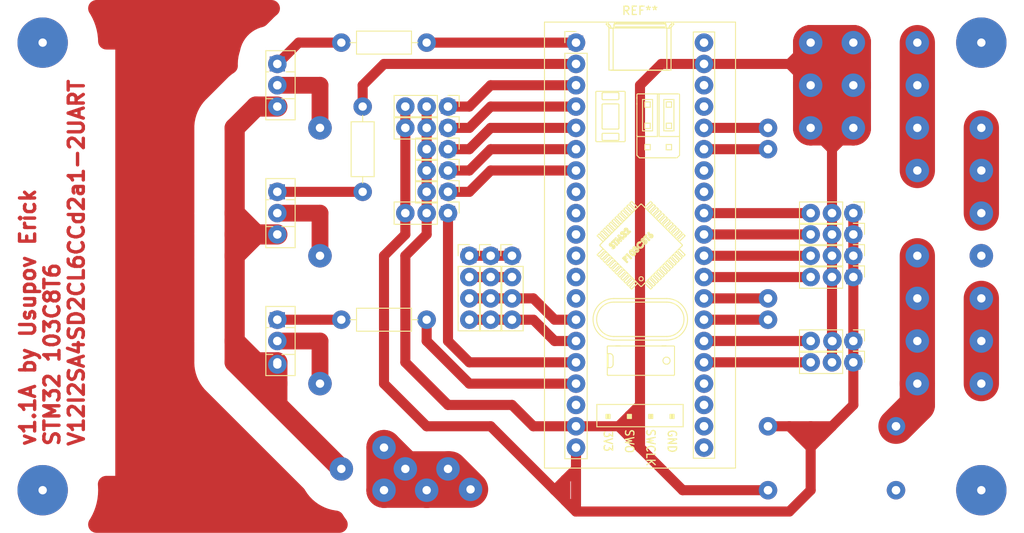
<source format=kicad_pcb>
(kicad_pcb (version 20221018) (generator pcbnew)
  (layers (0 "F.Cu" signal) (31 "B.Cu" signal) (34 "B.Paste" user) (35 "F.Paste" user) (36 "B.SilkS" user "B.Silkscreen") (37 "F.SilkS" user "F.Silkscreen") (38 "B.Mask" user) (39 "F.Mask" user) (44 "Edge.Cuts" user))
  (net 0 "")
  (footprint "" (layer "F.Cu") (at 149.86 114.3)
    (fp_text reference "")
    (fp_text value "")
  )
  (footprint "" (layer "F.Cu") (at 99.06 104.401099)
    (fp_text reference "")
    (fp_text value "")
  )
  (footprint "" (layer "F.Cu") (at 99.06 99.06)
    (fp_text reference "")
    (fp_text value "")
  )
  (footprint "" (layer "F.Cu") (at 182.88 101.6)
    (fp_text reference "")
    (fp_text value "")
  )
  (footprint "" (layer "F.Cu") (at 182.88 81.28)
    (fp_text reference "")
    (fp_text value "")
  )
  (footprint "" (layer "F.Cu") (at 149.86 86.36)
    (fp_text reference "")
    (fp_text value "")
  )
  (footprint "" (layer "F.Cu") (at 116.84 99.06)
    (fp_text reference "")
    (fp_text value "")
  )
  (footprint "" (layer "F.Cu") (at 127 93.98)
    (fp_text reference "")
    (fp_text value "")
  )
  (footprint "" (layer "F.Cu") (at 172.72 119.38)
    (fp_text reference "")
    (fp_text value "")
  )
  (footprint "" (layer "F.Cu") (at 182.88 106.68)
    (fp_text reference "")
    (fp_text value "")
  )
  (footprint "" (layer "F.Cu") (at 106.68 116.84)
    (fp_text reference "")
    (fp_text value "")
  )
  (footprint "" (layer "F.Cu") (at 157.48 78.74)
    (fp_text reference "")
    (fp_text value "")
  )
  (footprint "" (layer "F.Cu") (at 182.88 66.04)
    (fp_text reference "")
    (fp_text value "")
  )
  (footprint "" (layer "F.Cu") (at 114.3 73.66)
    (fp_text reference "")
    (fp_text value "")
  )
  (footprint "" (layer "F.Cu") (at 149.86 106.68)
    (fp_text reference "")
    (fp_text value "")
  )
  (footprint "" (layer "F.Cu") (at 109.22 83.82)
    (fp_text reference "")
    (fp_text value "")
  )
  (footprint "" (layer "F.Cu") (at 167.64 66.04)
    (fp_text reference "")
    (fp_text value "")
  )
  (footprint "" (layer "F.Cu") (at 182.88 119.38)
    (fp_text reference "")
    (fp_text value "")
  )
  (footprint "" (layer "F.Cu") (at 116.84 66.04)
    (fp_text reference "")
    (fp_text value "")
  )
  (footprint "" (layer "F.Cu") (at 175.26 76.2)
    (fp_text reference "")
    (fp_text value "")
  )
  (footprint "" (layer "F.Cu") (at 99.06 86.36)
    (fp_text reference "")
    (fp_text value "")
  )
  (footprint "" (layer "F.Cu") (at 157.48 76.2)
    (fp_text reference "")
    (fp_text value "")
  )
  (footprint "" (layer "F.Cu") (at 71.12 66.04)
    (fp_text reference "")
    (fp_text value "")
  )
  (footprint "" (layer "F.Cu") (at 114.3 116.84)
    (fp_text reference "")
    (fp_text value "")
  )
  (footprint "" (layer "F.Cu") (at 116.84 86.36)
    (fp_text reference "")
    (fp_text value "")
  )
  (footprint "" (layer "F.Cu") (at 162.56 101.6)
    (fp_text reference "")
    (fp_text value "")
  )
  (footprint "" (layer "F.Cu") (at 111.76 114.3)
    (fp_text reference "")
    (fp_text value "")
  )
  (footprint "" (layer "F.Cu") (at 134.62 76.2)
    (fp_text reference "")
    (fp_text value "")
  )
  (footprint "Connector_PinHeader_2.54mm:PinHeader_1x03_P2.54mm_Vertical" (layer "F.Cu") (at 119.38 86.36 -90)
    (fp_text reference "REF**" hide)
    (fp_text value "PinHeader_1x03_P2.54mm_Vertical" hide)
  )
  (footprint "" (layer "F.Cu") (at 149.86 111.76)
    (fp_text reference "")
    (fp_text value "")
  )
  (footprint "Resistor_THT:R_Axial_DIN0207_L6.3mm_D2.5mm_P10.16mm_Horizontal" (layer "F.Cu") (at 109.22 83.82 90)
    (fp_text reference "REF**" hide)
    (fp_text value "R_Axial_DIN0207_L6.3mm_D2.5mm_P10.16mm_Horizontal" hide)
  )
  (footprint "" (layer "F.Cu") (at 106.68 66.04)
    (fp_text reference "")
    (fp_text value "")
  )
  (footprint "" (layer "F.Cu") (at 149.86 68.58)
    (fp_text reference "")
    (fp_text value "")
  )
  (footprint "" (layer "F.Cu") (at 149.86 99.06)
    (fp_text reference "")
    (fp_text value "")
  )
  (footprint "" (layer "F.Cu") (at 124.46 99.06)
    (fp_text reference "")
    (fp_text value "")
  )
  (footprint "" (layer "F.Cu") (at 134.62 114.3)
    (fp_text reference "")
    (fp_text value "")
  )
  (footprint "" (layer "F.Cu") (at 167.64 76.2)
    (fp_text reference "")
    (fp_text value "")
  )
  (footprint "Package_TO_SOT_THT:TO-126-3_Vertical" (layer "F.Cu") (at 99.06 83.82 -90)
    (fp_text reference "REF**" hide)
    (fp_text value "TO-126-3_Vertical" hide)
  )
  (footprint "" (layer "F.Cu") (at 175.26 96.52)
    (fp_text reference "")
    (fp_text value "")
  )
  (footprint "" (layer "F.Cu") (at 99.06 73.66)
    (fp_text reference "")
    (fp_text value "")
  )
  (footprint "" (layer "F.Cu") (at 121.92 93.98)
    (fp_text reference "")
    (fp_text value "")
  )
  (footprint "" (layer "F.Cu") (at 116.84 76.2)
    (fp_text reference "")
    (fp_text value "")
  )
  (footprint "" (layer "F.Cu") (at 172.72 111.76)
    (fp_text reference "")
    (fp_text value "")
  )
  (footprint "" (layer "F.Cu") (at 182.88 91.44)
    (fp_text reference "")
    (fp_text value "")
  )
  (footprint "" (layer "F.Cu") (at 134.62 109.22)
    (fp_text reference "")
    (fp_text value "")
  )
  (footprint "" (layer "F.Cu") (at 182.88 96.52)
    (fp_text reference "")
    (fp_text value "")
  )
  (footprint "" (layer "F.Cu") (at 165.1 93.98)
    (fp_text reference "")
    (fp_text value "")
  )
  (footprint "" (layer "F.Cu") (at 167.64 71.12)
    (fp_text reference "")
    (fp_text value "")
  )
  (footprint "" (layer "F.Cu") (at 167.64 86.36)
    (fp_text reference "")
    (fp_text value "")
  )
  (footprint "Connector_PinHeader_2.54mm:PinHeader_1x04_P2.54mm_Vertical" (layer "F.Cu") (at 127 91.44)
    (fp_text reference "REF**" hide)
    (fp_text value "PinHeader_1x04_P2.54mm_Vertical" hide)
  )
  (footprint "Connector_PinHeader_2.54mm:PinHeader_1x02_P2.54mm_Vertical" (layer "F.Cu") (at 119.38 81.28 -90)
    (fp_text reference "REF**" hide)
    (fp_text value "PinHeader_1x02_P2.54mm_Vertical" hide)
  )
  (footprint "" (layer "F.Cu") (at 172.72 119.38)
    (fp_text reference "")
    (fp_text value "")
  )
  (footprint "" (layer "F.Cu") (at 175.26 106.68)
    (fp_text reference "")
    (fp_text value "")
  )
  (footprint "Connector_PinHeader_2.54mm:PinHeader_1x03_P2.54mm_Vertical" (layer "F.Cu") (at 167.64 93.98 -90)
    (fp_text reference "REF**" hide)
    (fp_text value "PinHeader_1x03_P2.54mm_Vertical" hide)
  )
  (footprint "" (layer "F.Cu") (at 121.92 91.44)
    (fp_text reference "")
    (fp_text value "")
  )
  (footprint "" (layer "F.Cu") (at 149.86 96.52)
    (fp_text reference "")
    (fp_text value "")
  )
  (footprint "" (layer "F.Cu") (at 104.14 91.44)
    (fp_text reference "")
    (fp_text value "")
  )
  (footprint "" (layer "F.Cu") (at 134.62 104.14)
    (fp_text reference "")
    (fp_text value "")
  )
  (footprint "" (layer "F.Cu") (at 71.12 119.38)
    (fp_text reference "")
    (fp_text value "")
  )
  (footprint "" (layer "F.Cu") (at 149.86 91.44)
    (fp_text reference "")
    (fp_text value "")
  )
  (footprint "" (layer "F.Cu") (at 134.62 101.6)
    (fp_text reference "")
    (fp_text value "")
  )
  (footprint "" (layer "F.Cu") (at 175.26 101.6)
    (fp_text reference "")
    (fp_text value "")
  )
  (footprint "" (layer "F.Cu") (at 134.62 93.98)
    (fp_text reference "")
    (fp_text value "")
  )
  (footprint "" (layer "F.Cu") (at 134.62 91.44)
    (fp_text reference "")
    (fp_text value "")
  )
  (footprint "Connector_PinHeader_2.54mm:PinHeader_1x03_P2.54mm_Vertical" (layer "F.Cu") (at 167.64 86.36 -90)
    (fp_text reference "REF**" hide)
    (fp_text value "PinHeader_1x03_P2.54mm_Vertical" hide)
  )
  (footprint "" (layer "F.Cu") (at 104.14 106.68)
    (fp_text reference "")
    (fp_text value "")
  )
  (footprint "Connector_PinHeader_2.54mm:PinHeader_1x04_P2.54mm_Vertical" (layer "F.Cu") (at 124.46 91.44)
    (fp_text reference "REF**" hide)
    (fp_text value "PinHeader_1x04_P2.54mm_Vertical" hide)
  )
  (footprint "" (layer "F.Cu") (at 119.38 86.36)
    (fp_text reference "")
    (fp_text value "")
  )
  (footprint "" (layer "F.Cu") (at 119.38 116.84)
    (fp_text reference "")
    (fp_text value "")
  )
  (footprint "" (layer "F.Cu") (at 116.84 81.28)
    (fp_text reference "")
    (fp_text value "")
  )
  (footprint "" (layer "F.Cu") (at 99.06 101.6)
    (fp_text reference "")
    (fp_text value "")
  )
  (footprint "Connector_PinHeader_2.54mm:PinHeader_1x02_P2.54mm_Vertical" (layer "F.Cu") (at 119.38 83.82 -90)
    (fp_text reference "REF**" hide)
    (fp_text value "PinHeader_1x02_P2.54mm_Vertical" hide)
  )
  (footprint "" (layer "F.Cu") (at 157.48 99.06)
    (fp_text reference "")
    (fp_text value "")
  )
  (footprint "" (layer "F.Cu") (at 134.62 68.58)
    (fp_text reference "")
    (fp_text value "")
  )
  (footprint "" (layer "F.Cu") (at 149.86 83.82)
    (fp_text reference "")
    (fp_text value "")
  )
  (footprint "" (layer "F.Cu") (at 119.38 83.82)
    (fp_text reference "")
    (fp_text value "")
  )
  (footprint "" (layer "F.Cu") (at 182.88 86.36)
    (fp_text reference "")
    (fp_text value "")
  )
  (footprint "" (layer "F.Cu") (at 175.26 81.28)
    (fp_text reference "")
    (fp_text value "")
  )
  (footprint "" (layer "F.Cu") (at 175.26 91.44)
    (fp_text reference "")
    (fp_text value "")
  )
  (footprint "" (layer "F.Cu") (at 165.1 86.36)
    (fp_text reference "")
    (fp_text value "")
  )
  (footprint "" (layer "F.Cu") (at 162.56 86.36)
    (fp_text reference "")
    (fp_text value "")
  )
  (footprint "" (layer "F.Cu") (at 157.48 111.76)
    (fp_text reference "")
    (fp_text value "")
  )
  (footprint "" (layer "F.Cu") (at 134.62 88.9)
    (fp_text reference "")
    (fp_text value "")
  )
  (footprint "" (layer "F.Cu") (at 121.92 96.52)
    (fp_text reference "")
    (fp_text value "")
  )
  (footprint "" (layer "F.Cu") (at 134.62 71.12)
    (fp_text reference "")
    (fp_text value "")
  )
  (footprint "Package_TO_SOT_THT:TO-126-3_Vertical" (layer "F.Cu") (at 99.06 99.06 -90)
    (fp_text reference "REF**" hide)
    (fp_text value "TO-126-3_Vertical" hide)
  )
  (footprint "" (layer "F.Cu") (at 106.68 99.06)
    (fp_text reference "")
    (fp_text value "")
  )
  (footprint "" (layer "F.Cu") (at 116.84 119.38)
    (fp_text reference "")
    (fp_text value "")
  )
  (footprint "" (layer "F.Cu") (at 162.56 66.04)
    (fp_text reference "")
    (fp_text value "")
  )
  (footprint "" (layer "F.Cu") (at 167.64 88.9)
    (fp_text reference "")
    (fp_text value "")
  )
  (footprint "" (layer "F.Cu") (at 157.48 119.38)
    (fp_text reference "")
    (fp_text value "")
  )
  (footprint "" (layer "F.Cu") (at 167.64 91.44)
    (fp_text reference "")
    (fp_text value "")
  )
  (footprint "" (layer "F.Cu") (at 149.86 66.04)
    (fp_text reference "")
    (fp_text value "")
  )
  (footprint "" (layer "F.Cu") (at 134.62 86.36)
    (fp_text reference "")
    (fp_text value "")
  )
  (footprint "" (layer "F.Cu") (at 127 99.06)
    (fp_text reference "")
    (fp_text value "")
  )
  (footprint "" (layer "F.Cu") (at 134.62 83.82)
    (fp_text reference "")
    (fp_text value "")
  )
  (footprint "" (layer "F.Cu") (at 175.26 66.04)
    (fp_text reference "")
    (fp_text value "")
  )
  (footprint "" (layer "F.Cu") (at 165.1 104.14)
    (fp_text reference "")
    (fp_text value "")
  )
  (footprint "" (layer "F.Cu") (at 124.46 96.52)
    (fp_text reference "")
    (fp_text value "")
  )
  (footprint "STM32-bluepil:YAAJ_BluePill_1" (layer "F.Cu") (at 134.62 66.04)
    (fp_text reference "REF**")
    (fp_text value "BluePill" hide)
  )
  (footprint "" (layer "F.Cu") (at 172.72 111.76)
    (fp_text reference "")
    (fp_text value "")
  )
  (footprint "" (layer "F.Cu") (at 149.86 101.6)
    (fp_text reference "")
    (fp_text value "")
  )
  (footprint "" (layer "F.Cu") (at 127 91.44)
    (fp_text reference "")
    (fp_text value "")
  )
  (footprint "" (layer "F.Cu") (at 157.48 78.74)
    (fp_text reference "")
    (fp_text value "")
  )
  (footprint "Resistor_THT:R_Axial_DIN0207_L6.3mm_D2.5mm_P10.16mm_Horizontal" (layer "F.Cu") (at 106.68 66.04)
    (fp_text reference "REF**" hide)
    (fp_text value "R_Axial_DIN0207_L6.3mm_D2.5mm_P10.16mm_Horizontal" hide)
  )
  (footprint "Connector_PinHeader_2.54mm:PinHeader_1x04_P2.54mm_Vertical" (layer "F.Cu") (at 121.92 91.44)
    (fp_text reference "REF**" hide)
    (fp_text value "PinHeader_1x04_P2.54mm_Vertical" hide)
  )
  (footprint "" (layer "F.Cu") (at 134.62 73.66)
    (fp_text reference "")
    (fp_text value "")
  )
  (footprint "Connector_PinHeader_2.54mm:PinHeader_1x03_P2.54mm_Vertical" (layer "F.Cu") (at 119.38 73.66 -90)
    (fp_text reference "REF**" hide)
    (fp_text value "PinHeader_1x03_P2.54mm_Vertical" hide)
  )
  (footprint "" (layer "F.Cu") (at 149.86 93.98)
    (fp_text reference "")
    (fp_text value "")
  )
  (footprint "" (layer "F.Cu") (at 119.38 81.28)
    (fp_text reference "")
    (fp_text value "")
  )
  (footprint "" (layer "F.Cu") (at 134.62 78.74)
    (fp_text reference "")
    (fp_text value "")
  )
  (footprint "Connector_PinHeader_2.54mm:PinHeader_1x02_P2.54mm_Vertical" (layer "F.Cu") (at 119.38 78.74 -90)
    (fp_text reference "REF**" hide)
    (fp_text value "PinHeader_1x02_P2.54mm_Vertical" hide)
  )
  (footprint "" (layer "F.Cu") (at 114.3 76.2)
    (fp_text reference "")
    (fp_text value "")
  )
  (footprint "" (layer "F.Cu") (at 165.155301 101.616921)
    (fp_text reference "")
    (fp_text value "")
  )
  (footprint "" (layer "F.Cu") (at 167.64 104.14)
    (fp_text reference "")
    (fp_text value "")
  )
  (footprint "" (layer "F.Cu") (at 162.56 104.14)
    (fp_text reference "")
    (fp_text value "")
  )
  (footprint "" (layer "F.Cu") (at 149.86 78.74)
    (fp_text reference "")
    (fp_text value "")
  )
  (footprint "Connector_PinHeader_2.54mm:PinHeader_1x03_P2.54mm_Vertical" (layer "F.Cu") (at 167.64 91.44 -90)
    (fp_text reference "REF**" hide)
    (fp_text value "PinHeader_1x03_P2.54mm_Vertical" hide)
  )
  (footprint "" (layer "F.Cu") (at 134.62 99.06)
    (fp_text reference "")
    (fp_text value "")
  )
  (footprint "" (layer "F.Cu") (at 134.62 111.76)
    (fp_text reference "")
    (fp_text value "")
  )
  (footprint "" (layer "F.Cu") (at 99.06 71.12)
    (fp_text reference "")
    (fp_text value "")
  )
  (footprint "" (layer "F.Cu") (at 149.86 73.66)
    (fp_text reference "")
    (fp_text value "")
  )
  (footprint "" (layer "F.Cu") (at 165.1 91.44)
    (fp_text reference "")
    (fp_text value "")
  )
  (footprint "" (layer "F.Cu") (at 157.48 76.2)
    (fp_text reference "")
    (fp_text value "")
  )
  (footprint "" (layer "F.Cu") (at 162.56 76.2)
    (fp_text reference "")
    (fp_text value "")
  )
  (footprint "" (layer "F.Cu") (at 124.46 93.98)
    (fp_text reference "")
    (fp_text value "")
  )
  (footprint "" (layer "F.Cu") (at 157.48 96.52)
    (fp_text reference "")
    (fp_text value "")
  )
  (footprint "" (layer "F.Cu") (at 119.38 73.66)
    (fp_text reference "")
    (fp_text value "")
  )
  (footprint "" (layer "F.Cu") (at 165.1 88.9)
    (fp_text reference "")
    (fp_text value "")
  )
  (footprint "" (layer "F.Cu") (at 116.84 73.66)
    (fp_text reference "")
    (fp_text value "")
  )
  (footprint "" (layer "F.Cu") (at 162.56 91.44)
    (fp_text reference "")
    (fp_text value "")
  )
  (footprint "" (layer "F.Cu") (at 111.76 119.38)
    (fp_text reference "")
    (fp_text value "")
  )
  (footprint "" (layer "F.Cu") (at 162.56 93.98)
    (fp_text reference "")
    (fp_text value "")
  )
  (footprint "" (layer "F.Cu") (at 124.46 91.44)
    (fp_text reference "")
    (fp_text value "")
  )
  (footprint "" (layer "F.Cu") (at 114.3 86.36)
    (fp_text reference "")
    (fp_text value "")
  )
  (footprint "Connector_PinHeader_2.54mm:PinHeader_1x03_P2.54mm_Vertical" (layer "F.Cu") (at 119.38 76.2 -90)
    (fp_text reference "REF**" hide)
    (fp_text value "PinHeader_1x03_P2.54mm_Vertical" hide)
  )
  (footprint "" (layer "F.Cu") (at 157.48 119.38)
    (fp_text reference "")
    (fp_text value "")
  )
  (footprint "" (layer "F.Cu") (at 119.38 78.74)
    (fp_text reference "")
    (fp_text value "")
  )
  (footprint "" (layer "F.Cu") (at 182.88 76.2)
    (fp_text reference "")
    (fp_text value "")
  )
  (footprint "" (layer "F.Cu") (at 116.84 78.74)
    (fp_text reference "")
    (fp_text value "")
  )
  (footprint "" (layer "F.Cu") (at 134.62 66.04)
    (fp_text reference "")
    (fp_text value "")
  )
  (footprint "" (layer "F.Cu") (at 157.48 111.76)
    (fp_text reference "")
    (fp_text value "")
  )
  (footprint "" (layer "F.Cu") (at 167.64 101.6)
    (fp_text reference "")
    (fp_text value "")
  )
  (footprint "" (layer "F.Cu") (at 162.56 88.9)
    (fp_text reference "")
    (fp_text value "")
  )
  (footprint "" (layer "F.Cu") (at 149.86 81.28)
    (fp_text reference "")
    (fp_text value "")
  )
  (footprint "" (layer "F.Cu") (at 99.06 88.9)
    (fp_text reference "")
    (fp_text value "")
  )
  (footprint "" (layer "F.Cu") (at 121.92 99.06)
    (fp_text reference "")
    (fp_text value "")
  )
  (footprint "Package_TO_SOT_THT:TO-126-3_Vertical" (layer "F.Cu") (at 99.06 68.58 -90)
    (fp_text reference "REF**" hide)
    (fp_text value "TO-126-3_Vertical" hide)
  )
  (footprint "" (layer "F.Cu") (at 127 96.52)
    (fp_text reference "")
    (fp_text value "")
  )
  (footprint "" (layer "F.Cu") (at 99.06 83.82)
    (fp_text reference "")
    (fp_text value "")
  )
  (footprint "" (layer "F.Cu") (at 134.62 81.28)
    (fp_text reference "")
    (fp_text value "")
  )
  (footprint "" (layer "F.Cu") (at 149.86 88.9)
    (fp_text reference "")
    (fp_text value "")
  )
  (footprint "" (layer "F.Cu") (at 162.56 71.12)
    (fp_text reference "")
    (fp_text value "")
  )
  (footprint "" (layer "F.Cu") (at 167.64 93.98)
    (fp_text reference "")
    (fp_text value "")
  )
  (footprint "" (layer "F.Cu") (at 134.62 106.68)
    (fp_text reference "")
    (fp_text value "")
  )
  (footprint "" (layer "F.Cu") (at 149.86 76.2)
    (fp_text reference "")
    (fp_text value "")
  )
  (footprint "" (layer "F.Cu") (at 149.86 71.12)
    (fp_text reference "")
    (fp_text value "")
  )
  (footprint "" (layer "F.Cu") (at 116.84 83.82)
    (fp_text reference "")
    (fp_text value "")
  )
  (footprint "" (layer "F.Cu") (at 149.86 104.14)
    (fp_text reference "")
    (fp_text value "")
  )
  (footprint "" (layer "F.Cu") (at 134.62 96.52)
    (fp_text reference "")
    (fp_text value "")
  )
  (footprint "" (layer "F.Cu") (at 157.48 99.06)
    (fp_text reference "")
    (fp_text value "")
  )
  (footprint "Connector_PinHeader_2.54mm:PinHeader_1x03_P2.54mm_Vertical" (layer "F.Cu") (at 167.64 101.6 -90)
    (fp_text reference "REF**" hide)
    (fp_text value "PinHeader_1x03_P2.54mm_Vertical" hide)
  )
  (footprint "" (layer "F.Cu") (at 99.06 68.58)
    (fp_text reference "")
    (fp_text value "")
  )
  (footprint "" (layer "F.Cu") (at 104.14 76.2)
    (fp_text reference "")
    (fp_text value "")
  )
  (footprint "" (layer "F.Cu") (at 157.48 96.52)
    (fp_text reference "")
    (fp_text value "")
  )
  (footprint "" (layer "F.Cu") (at 149.86 109.22)
    (fp_text reference "")
    (fp_text value "")
  )
  (footprint "Connector_PinHeader_2.54mm:PinHeader_1x03_P2.54mm_Vertical" (layer "F.Cu") (at 167.64 104.14 -90)
    (fp_text reference "REF**" hide)
    (fp_text value "PinHeader_1x03_P2.54mm_Vertical" hide)
  )
  (footprint "" (layer "F.Cu") (at 122.065229 119.280911)
    (fp_text reference "")
    (fp_text value "")
  )
  (footprint "" (layer "F.Cu") (at 119.38 76.2)
    (fp_text reference "")
    (fp_text value "")
  )
  (footprint "Connector_PinHeader_2.54mm:PinHeader_1x03_P2.54mm_Vertical" (layer "F.Cu") (at 167.64 88.9 -90)
    (fp_text reference "REF**" hide)
    (fp_text value "PinHeader_1x03_P2.54mm_Vertical" hide)
  )
  (footprint "" (layer "F.Cu") (at 109.22 73.66)
    (fp_text reference "")
    (fp_text value "")
  )
  (footprint "" (layer "F.Cu") (at 175.26 71.12)
    (fp_text reference "")
    (fp_text value "")
  )
  (footprint "Resistor_THT:R_Axial_DIN0207_L6.3mm_D2.5mm_P10.16mm_Horizontal" (layer "F.Cu") (at 106.68 99.06)
    (fp_text reference "REF**" hide)
    (fp_text value "R_Axial_DIN0207_L6.3mm_D2.5mm_P10.16mm_Horizontal" hide)
  )
  (gr_text "v1.1A by Usupov Erick\nSTM32 103C8T6\nV12I2SA4SD2CL6CCd2a1-2UART" (at 76.2 114.3 90) (layer "F.Cu") (effects (font (size 1.8 1.8) (thickness 0.4) bold) (justify left bottom)))
  (segment (start 129.54 96.52) (end 132.08 99.06) (width 1.2) (layer "F.Cu") (net 0))
  (segment (start 119.38 81.28) (end 121.92 81.28) (width 1.2) (layer "F.Cu") (net 0))
  (segment (start 99.06 88.9) (end 96.52 88.9) (width 2.4) (layer "F.Cu") (net 0))
  (segment (start 142.24 114.3) (end 142.24 111.76) (width 1.2) (layer "F.Cu") (net 0))
  (segment (start 162.56 71.12) (end 167.64 66.04) (width 4.2) (layer "F.Cu") (net 0))
  (segment (start 165.1 78.74) (end 162.56 76.2) (width 1.2) (layer "F.Cu") (net 0))
  (segment (start 160.02 121.92) (end 162.56 119.38) (width 1.2) (layer "F.Cu") (net 0))
  (segment (start 121.92 83.82) (end 124.46 81.28) (width 1.2) (layer "F.Cu") (net 0))
  (segment (start 99.06 109.22) (end 99.06 106.68) (width 2.4) (layer "F.Cu") (net 0))
  (segment (start 99.06 71.12) (end 104.14 71.12) (width 2) (layer "F.Cu") (net 0))
  (segment (start 114.3 116.84) (end 111.76 114.3) (width 4.2) (layer "F.Cu") (net 0))
  (segment (start 172.72 111.76) (end 175.26 109.22) (width 4.2) (layer "F.Cu") (net 0))
  (segment (start 167.64 101.6) (end 167.64 91.44) (width 1.2) (layer "F.Cu") (net 0))
  (segment (start 99.06 86.36) (end 104.14 86.36) (width 2) (layer "F.Cu") (net 0))
  (segment (start 104.14 86.36) (end 104.14 91.44) (width 2) (layer "F.Cu") (net 0))
  (segment (start 119.38 73.66) (end 121.92 73.66) (width 1.2) (layer "F.Cu") (net 0))
  (segment (start 134.62 104.14) (end 121.92 104.14) (width 1.2) (layer "F.Cu") (net 0))
  (segment (start 162.56 66.04) (end 167.64 71.12) (width 4.2) (layer "F.Cu") (net 0))
  (segment (start 149.86 96.52) (end 157.48 96.52) (width 1.2) (layer "F.Cu") (net 0))
  (segment (start 149.86 78.74) (end 157.48 78.74) (width 1.2) (layer "F.Cu") (net 0))
  (segment (start 162.56 76.2) (end 167.64 76.2) (width 4.2) (layer "F.Cu") (net 0))
  (segment (start 134.62 121.92) (end 160.02 121.92) (width 1.2) (layer "F.Cu") (net 0))
  (segment (start 142.24 71.12) (end 144.78 68.58) (width 1.2) (layer "F.Cu") (net 0))
  (segment (start 165.1 78.74) (end 167.64 76.2) (width 1.2) (layer "F.Cu") (net 0))
  (segment (start 162.56 111.76) (end 165.1 111.76) (width 1.2) (layer "F.Cu") (net 0))
  (segment (start 165.1 104.14) (end 165.1 101.6) (width 1.2) (layer "F.Cu") (net 0))
  (segment (start 119.38 101.6) (end 119.38 86.36) (width 1.2) (layer "F.Cu") (net 0))
  (segment (start 93.98 86.36) (end 93.98 88.9) (width 2.4) (layer "F.Cu") (net 0))
  (segment (start 140.97 113.03) (end 142.24 114.3) (width 1.2) (layer "F.Cu") (net 0))
  (segment (start 116.84 73.66) (end 116.84 86.36) (width 1.2) (layer "F.Cu") (net 0))
  (segment (start 114.3 73.66) (end 114.3 86.36) (width 1.2) (layer "F.Cu") (net 0))
  (segment (start 127 109.22) (end 119.38 109.22) (width 1.2) (layer "F.Cu") (net 0))
  (segment (start 167.64 66.04) (end 162.56 66.04) (width 4.2) (layer "F.Cu") (net 0))
  (segment (start 134.62 68.58) (end 111.76 68.58) (width 1.2) (layer "F.Cu") (net 0))
  (segment (start 93.98 91.44) (end 93.98 101.6) (width 2.4) (layer "F.Cu") (net 0))
  (segment (start 93.98 104.14) (end 93.98 101.6) (width 2.4) (layer "F.Cu") (net 0))
  (segment (start 93.98 86.36) (end 93.98 76.2) (width 2.4) (layer "F.Cu") (net 0))
  (segment (start 144.78 68.58) (end 149.86 68.58) (width 1.2) (layer "F.Cu") (net 0))
  (segment (start 160.02 68.58) (end 149.86 68.58) (width 1.2) (layer "F.Cu") (net 0))
  (segment (start 161.29 113.03) (end 160.02 111.76) (width 1.2) (layer "F.Cu") (net 0))
  (segment (start 160.02 111.76) (end 162.56 111.76) (width 1.2) (layer "F.Cu") (net 0))
  (segment (start 182.88 106.68) (end 182.88 96.52) (width 4.2) (layer "F.Cu") (net 0))
  (segment (start 124.46 81.28) (end 134.62 81.28) (width 1.2) (layer "F.Cu") (net 0))
  (segment (start 165.1 101.6) (end 165.1 91.44) (width 1.2) (layer "F.Cu") (net 0))
  (segment (start 119.38 116.84) (end 116.84 119.38) (width 4.2) (layer "F.Cu") (net 0))
  (segment (start 134.62 116.84) (end 134.62 121.92) (width 1.2) (layer "F.Cu") (net 0))
  (segment (start 142.24 111.76) (end 140.97 110.49) (width 1.2) (layer "F.Cu") (net 0))
  (segment (start 124.46 111.76) (end 132.08 119.38) (width 1.2) (layer "F.Cu") (net 0))
  (segment (start 106.68 99.06) (end 104.14 99.06) (width 1.2) (layer "F.Cu") (net 0))
  (segment (start 165.1 73.66) (end 162.56 71.12) (width 4.2) (layer "F.Cu") (net 0))
  (segment (start 93.98 101.6) (end 96.52 104.14) (width 2.4) (layer "F.Cu") (net 0))
  (segment (start 124.46 76.2) (end 134.62 76.2) (width 1.2) (layer "F.Cu") (net 0))
  (segment (start 116.84 88.9) (end 114.3 91.44) (width 1.2) (layer "F.Cu") (net 0))
  (segment (start 121.92 81.28) (end 124.46 78.74) (width 1.2) (layer "F.Cu") (net 0))
  (segment (start 162.56 76.2) (end 167.64 71.12) (width 4.2) (layer "F.Cu") (net 0))
  (segment (start 157.48 119.38) (end 147.32 119.38) (width 1.2) (layer "F.Cu") (net 0))
  (segment (start 116.84 119.38) (end 114.3 116.84) (width 4.2) (layer "F.Cu") (net 0))
  (segment (start 119.38 109.22) (end 114.3 104.14) (width 1.2) (layer "F.Cu") (net 0))
  (segment (start 99.06 106.68) (end 96.52 104.14) (width 2.4) (layer "F.Cu") (net 0))
  (segment (start 99.06 109.22) (end 93.98 104.14) (width 2.4) (layer "F.Cu") (net 0))
  (segment (start 134.62 111.76) (end 129.54 111.76) (width 1.2) (layer "F.Cu") (net 0))
  (segment (start 160.02 68.58) (end 162.56 66.04) (width 1.2) (layer "F.Cu") (net 0))
  (segment (start 134.62 71.12) (end 124.46 71.12) (width 1.2) (layer "F.Cu") (net 0))
  (segment (start 124.46 78.74) (end 134.62 78.74) (width 1.2) (layer "F.Cu") (net 0))
  (segment (start 101.6 66.04) (end 106.68 66.04) (width 1.2) (layer "F.Cu") (net 0))
  (segment (start 106.68 116.84) (end 99.06 109.22) (width 2.4) (layer "F.Cu") (net 0))
  (segment (start 111.76 114.3) (end 111.76 119.38) (width 4.2) (layer "F.Cu") (net 0))
  (segment (start 116.84 86.36) (end 116.84 88.9) (width 1.2) (layer "F.Cu") (net 0))
  (segment (start 149.86 104.14) (end 162.56 104.14) (width 1.2) (layer "F.Cu") (net 0))
  (segment (start 162.56 114.3) (end 161.29 113.03) (width 1.2) (layer "F.Cu") (net 0))
  (segment (start 121.92 93.98) (end 127 93.98) (width 1.2) (layer "F.Cu") (net 0))
  (segment (start 167.64 109.22) (end 167.64 104.14) (width 1.2) (layer "F.Cu") (net 0))
  (segment (start 162.56 71.12) (end 162.56 76.2) (width 4.2) (layer "F.Cu") (net 0))
  (segment (start 129.54 99.06) (end 127 99.06) (width 1.2) (layer "F.Cu") (net 0))
  (segment (start 93.98 88.9) (end 93.98 91.44) (width 2.4) (layer "F.Cu") (net 0))
  (segment (start 167.64 101.6) (end 167.64 104.14) (width 1.2) (layer "F.Cu") (net 0))
  (segment (start 175.26 106.68) (end 175.26 91.44) (width 4.2) (layer "F.Cu") (net 0))
  (segment (start 163.83 113.03) (end 161.29 113.03) (width 1.2) (layer "F.Cu") (net 0))
  (segment (start 149.86 99.06) (end 157.48 99.06) (width 1.2) (layer "F.Cu") (net 0))
  (segment (start 93.98 76.2) (end 96.52 73.66) (width 2.4) (layer "F.Cu") (net 0))
  (segment (start 116.84 111.76) (end 124.46 111.76) (width 1.2) (layer "F.Cu") (net 0))
  (segment (start 127 91.44) (end 121.92 91.44) (width 1.2) (layer "F.Cu") (net 0))
  (segment (start 165.1 91.44) (end 165.1 86.36) (width 1.2) (layer "F.Cu") (net 0))
  (segment (start 142.24 109.22) (end 142.24 114.3) (width 1.2) (layer "F.Cu") (net 0))
  (segment (start 124.46 73.66) (end 134.62 73.66) (width 1.2) (layer "F.Cu") (net 0))
  (segment (start 132.08 119.38) (end 134.62 121.92) (width 1.2) (layer "F.Cu") (net 0))
  (segment (start 162.56 93.98) (end 149.86 93.98) (width 1.2) (layer "F.Cu") (net 0))
  (segment (start 109.22 83.82) (end 99.06 83.82) (width 1.2) (layer "F.Cu") (net 0))
  (segment (start 119.624318 116.84) (end 122.065229 119.280911) (width 4.2) (layer "F.Cu") (net 0))
  (segment (start 162.56 111.76) (end 161.29 113.03) (width 1.2) (layer "F.Cu") (net 0))
  (segment (start 121.92 73.66) (end 124.46 71.12) (width 1.2) (layer "F.Cu") (net 0))
  (segment (start 157.48 76.2) (end 149.86 76.2) (width 1.2) (layer "F.Cu") (net 0))
  (segment (start 167.64 76.2) (end 165.1 73.66) (width 4.2) (layer "F.Cu") (net 0))
  (segment (start 109.22 71.12) (end 109.22 73.66) (width 1.2) (layer "F.Cu") (net 0))
  (segment (start 121.92 104.14) (end 119.38 101.6) (width 1.2) (layer "F.Cu") (net 0))
  (segment (start 96.52 88.9) (end 93.98 88.9) (width 2.4) (layer "F.Cu") (net 0))
  (segment (start 134.62 121.92) (end 133.35 120.65) (width 1.2) (layer "F.Cu") (net 0))
  (segment (start 149.86 86.36) (end 162.56 86.36) (width 1.2) (layer "F.Cu") (net 0))
  (segment (start 142.24 114.3) (end 147.32 119.38) (width 1.2) (layer "F.Cu") (net 0))
  (segment (start 139.7 111.76) (end 140.97 110.49) (width 1.2) (layer "F.Cu") (net 0))
  (segment (start 121.96614 119.38) (end 122.065229 119.280911) (width 0.4) (layer "F.Cu") (net 0))
  (segment (start 119.38 78.74) (end 121.92 78.74) (width 1.2) (layer "F.Cu") (net 0))
  (segment (start 121.92 78.74) (end 124.46 76.2) (width 1.2) (layer "F.Cu") (net 0))
  (segment (start 162.56 71.12) (end 160.02 68.58) (width 1.2) (layer "F.Cu") (net 0))
  (segment (start 114.3 104.14) (end 114.3 91.44) (width 1.2) (layer "F.Cu") (net 0))
  (segment (start 134.62 116.84) (end 134.62 114.3) (width 1.2) (layer "F.Cu") (net 0))
  (segment (start 93.98 91.44) (end 96.52 88.9) (width 2.4) (layer "F.Cu") (net 0))
  (segment (start 142.24 111.76) (end 139.7 111.76) (width 1.2) (layer "F.Cu") (net 0))
  (segment (start 96.52 73.66) (end 99.06 73.66) (width 2.4) (layer "F.Cu") (net 0))
  (segment (start 162.56 114.3) (end 165.1 111.76) (width 1.2) (layer "F.Cu") (net 0))
  (segment (start 160.02 111.76) (end 157.48 111.76) (width 1.2) (layer "F.Cu") (net 0))
  (segment (start 165.1 111.76) (end 163.83 113.03) (width 1.2) (layer "F.Cu") (net 0))
  (segment (start 140.97 110.49) (end 142.24 109.22) (width 1.2) (layer "F.Cu") (net 0))
  (segment (start 149.86 101.6) (end 162.56 101.6) (width 1.2) (layer "F.Cu") (net 0))
  (segment (start 129.54 111.76) (end 127 109.22) (width 1.2) (layer "F.Cu") (net 0))
  (segment (start 175.26 109.22) (end 175.26 106.68) (width 4.2) (layer "F.Cu") (net 0))
  (segment (start 99.06 101.6) (end 104.14 101.6) (width 2) (layer "F.Cu") (net 0))
  (segment (start 99.06 106.68) (end 99.06 104.14) (width 2.4) (layer "F.Cu") (net 0))
  (segment (start 149.86 88.9) (end 162.56 88.9) (width 1.2) (layer "F.Cu") (net 0))
  (segment (start 116.84 101.6) (end 116.84 99.06) (width 1.2) (layer "F.Cu") (net 0))
  (segment (start 167.64 71.12) (end 167.64 66.04) (width 4.2) (layer "F.Cu") (net 0))
  (segment (start 167.64 76.2) (end 167.64 71.12) (width 4.2) (layer "F.Cu") (net 0))
  (segment (start 127 96.52) (end 121.92 96.52) (width 1.2) (layer "F.Cu") (net 0))
  (segment (start 119.38 116.84) (end 119.624318 116.84) (width 0.4) (layer "F.Cu") (net 0))
  (segment (start 133.35 120.65) (end 133.35 118.11) (width 1.2) (layer "F.Cu") (net 0))
  (segment (start 182.88 76.2) (end 182.88 86.36) (width 4.2) (layer "F.Cu") (net 0))
  (segment (start 119.38 83.82) (end 121.92 83.82) (width 1.2) (layer "F.Cu") (net 0))
  (segment (start 134.62 106.68) (end 121.92 106.68) (width 1.2) (layer "F.Cu") (net 0))
  (segment (start 121.92 76.2) (end 124.46 73.66) (width 1.2) (layer "F.Cu") (net 0))
  (segment (start 139.7 111.76) (end 140.97 113.03) (width 1.2) (layer "F.Cu") (net 0))
  (segment (start 111.76 106.68) (end 116.84 111.76) (width 1.2) (layer "F.Cu") (net 0))
  (segment (start 111.76 119.38) (end 114.3 116.84) (width 4.2) (layer "F.Cu") (net 0))
  (segment (start 142.24 111.76) (end 140.97 113.03) (width 1.2) (layer "F.Cu") (net 0))
  (segment (start 99.06 68.58) (end 101.6 66.04) (width 1.2) (layer "F.Cu") (net 0))
  (segment (start 162.56 111.76) (end 163.83 113.03) (width 1.2) (layer "F.Cu") (net 0))
  (segment (start 116.84 119.38) (end 121.96614 119.38) (width 4.2) (layer "F.Cu") (net 0))
  (segment (start 133.35 118.11) (end 134.62 116.84) (width 1.2) (layer "F.Cu") (net 0))
  (segment (start 96.52 104.14) (end 99.06 104.14) (width 2.4) (layer "F.Cu") (net 0))
  (segment (start 121.92 106.68) (end 116.84 101.6) (width 1.2) (layer "F.Cu") (net 0))
  (segment (start 149.86 91.44) (end 162.56 91.44) (width 1.2) (layer "F.Cu") (net 0))
  (segment (start 119.38 76.2) (end 121.92 76.2) (width 1.2) (layer "F.Cu") (net 0))
  (segment (start 165.1 86.36) (end 165.1 78.74) (width 1.2) (layer "F.Cu") (net 0))
  (segment (start 114.3 86.36) (end 114.3 88.9) (width 1.2) (layer "F.Cu") (net 0))
  (segment (start 104.14 71.12) (end 104.14 76.2) (width 2) (layer "F.Cu") (net 0))
  (segment (start 167.64 71.12) (end 162.56 71.12) (width 4.2) (layer "F.Cu") (net 0))
  (segment (start 167.64 86.36) (end 167.64 91.44) (width 1.2) (layer "F.Cu") (net 0))
  (segment (start 132.08 101.6) (end 129.54 99.06) (width 1.2) (layer "F.Cu") (net 0))
  (segment (start 114.3 88.9) (end 111.76 91.44) (width 1.2) (layer "F.Cu") (net 0))
  (segment (start 99.06 99.06) (end 104.14 99.06) (width 1.2) (layer "F.Cu") (net 0))
  (segment (start 111.76 68.58) (end 109.22 71.12) (width 1.2) (layer "F.Cu") (net 0))
  (segment (start 165.1 78.74) (end 165.1 73.66) (width 1.2) (layer "F.Cu") (net 0))
  (segment (start 111.76 119.38) (end 116.84 119.38) (width 4.2) (layer "F.Cu") (net 0))
  (segment (start 127 99.06) (end 121.92 99.06) (width 1.2) (layer "F.Cu") (net 0))
  (segment (start 134.62 111.76) (end 139.7 111.76) (width 1.2) (layer "F.Cu") (net 0))
  (segment (start 111.76 91.44) (end 111.76 106.68) (width 1.2) (layer "F.Cu") (net 0))
  (segment (start 162.56 71.12) (end 162.56 66.04) (width 4.2) (layer "F.Cu") (net 0))
  (segment (start 96.52 88.9) (end 93.98 86.36) (width 2.4) (layer "F.Cu") (net 0))
  (segment (start 162.56 119.38) (end 162.56 114.3) (width 1.2) (layer "F.Cu") (net 0))
  (segment (start 134.62 101.6) (end 132.08 101.6) (width 1.2) (layer "F.Cu") (net 0))
  (segment (start 132.08 99.06) (end 134.62 99.06) (width 1.2) (layer "F.Cu") (net 0))
  (segment (start 114.3 116.84) (end 119.38 116.84) (width 4.2) (layer "F.Cu") (net 0))
  (segment (start 127 96.52) (end 129.54 96.52) (width 1.2) (layer "F.Cu") (net 0))
  (segment (start 142.24 109.22) (end 142.24 71.12) (width 1.2) (layer "F.Cu") (net 0))
  (segment (start 134.62 66.04) (end 116.84 66.04) (width 1.2) (layer "F.Cu") (net 0))
  (segment (start 165.1 111.76) (end 167.64 109.22) (width 1.2) (layer "F.Cu") (net 0))
  (segment (start 104.14 101.6) (end 104.14 106.68) (width 2) (layer "F.Cu") (net 0))
  (segment (start 132.08 119.38) (end 133.35 118.11) (width 1.2) (layer "F.Cu") (net 0))
  (segment (start 175.26 81.28) (end 175.26 66.04) (width 4.2) (layer "F.Cu") (net 0))
  (zone (net 0) (net_name "") (layer "F.Cu") (connect_pads no (clearance 3.6)) (min_thickness 2) (fill yes (thermal_gap 0.5) (thermal_bridge_width 5) (island_removal_mode 1) (island_area_min 10))
    (polygon (pts (xy 66.04 60.96) (xy 187.96 60.96) (xy 187.96 124.46) (xy 66.04 124.46)))
  )
  (zone (net 0) (net_name "") (layer "F.Cu") (connect_pads no (clearance 0)) (min_thickness 2)
    (keepout (tracks allowed) (vias allowed) (pads allowed) (copperpour not_allowed) (footprints allowed))
    (fill (thermal_gap 0.5) (thermal_bridge_width 5) (island_removal_mode 1) (island_area_min 10))
    (polygon (pts (xy 162.56 124.46) (xy 167.64 119.38) (xy 172.72 124.46)))
  )
  (zone (net 0) (net_name "") (layer "F.Cu") (connect_pads no (clearance 0)) (min_thickness 2)
    (keepout (tracks allowed) (vias allowed) (pads allowed) (copperpour not_allowed) (footprints allowed))
    (fill (thermal_gap 0.5) (thermal_bridge_width 5) (island_removal_mode 1) (island_area_min 10))
    (polygon (pts (xy 132.08 124.46) (xy 127 119.38) (xy 124.46 124.46)))
  )
  (zone (net 0) (net_name "") (layer "F.Cu") (connect_pads no (clearance 0)) (min_thickness 2)
    (keepout (tracks allowed) (vias allowed) (pads allowed) (copperpour not_allowed) (footprints allowed))
    (fill (thermal_gap 0.5) (thermal_bridge_width 5) (island_removal_mode 1) (island_area_min 10))
    (polygon (pts (xy 160.02 60.96) (xy 160.02 66.04) (xy 152.4 66.04) (xy 149.86 63.5) (xy 147.32 63.5) (xy 142.24 68.58) (xy 137.16 68.58) (xy 137.16 60.96)))
  )
  (zone (net 0) (net_name "") (layer "F.Cu") (connect_pads no (clearance 0)) (min_thickness 2)
    (keepout (tracks allowed) (vias allowed) (pads allowed) (copperpour not_allowed) (footprints allowed))
    (fill (thermal_gap 0.5) (thermal_bridge_width 5) (island_removal_mode 1) (island_area_min 10))
    (polygon (pts (xy 116.84 60.96) (xy 111.76 66.04) (xy 106.68 60.96)))
  )
)
</source>
